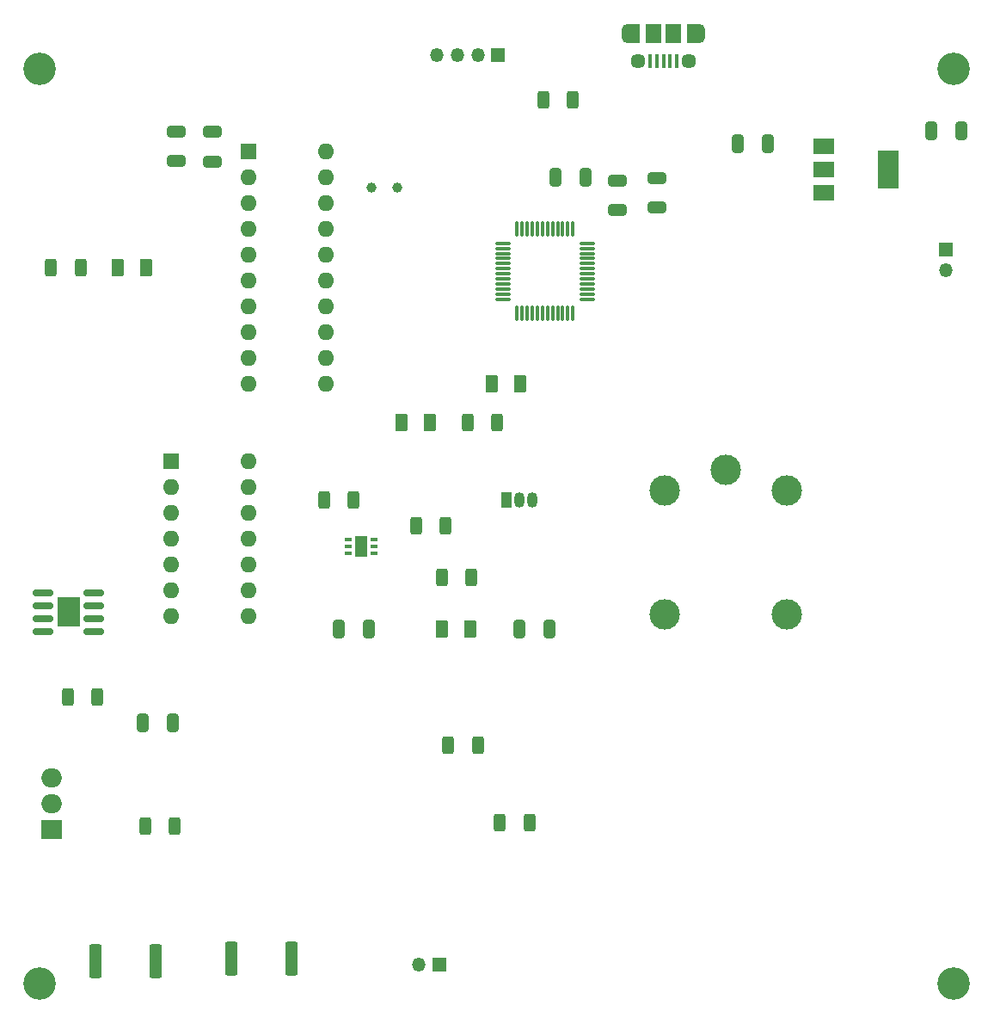
<source format=gts>
%TF.GenerationSoftware,KiCad,Pcbnew,7.0.1*%
%TF.CreationDate,2023-05-29T19:52:37+03:00*%
%TF.ProjectId,First_sketch_licenta,46697273-745f-4736-9b65-7463685f6c69,rev?*%
%TF.SameCoordinates,Original*%
%TF.FileFunction,Soldermask,Top*%
%TF.FilePolarity,Negative*%
%FSLAX46Y46*%
G04 Gerber Fmt 4.6, Leading zero omitted, Abs format (unit mm)*
G04 Created by KiCad (PCBNEW 7.0.1) date 2023-05-29 19:52:37*
%MOMM*%
%LPD*%
G01*
G04 APERTURE LIST*
G04 Aperture macros list*
%AMRoundRect*
0 Rectangle with rounded corners*
0 $1 Rounding radius*
0 $2 $3 $4 $5 $6 $7 $8 $9 X,Y pos of 4 corners*
0 Add a 4 corners polygon primitive as box body*
4,1,4,$2,$3,$4,$5,$6,$7,$8,$9,$2,$3,0*
0 Add four circle primitives for the rounded corners*
1,1,$1+$1,$2,$3*
1,1,$1+$1,$4,$5*
1,1,$1+$1,$6,$7*
1,1,$1+$1,$8,$9*
0 Add four rect primitives between the rounded corners*
20,1,$1+$1,$2,$3,$4,$5,0*
20,1,$1+$1,$4,$5,$6,$7,0*
20,1,$1+$1,$6,$7,$8,$9,0*
20,1,$1+$1,$8,$9,$2,$3,0*%
G04 Aperture macros list end*
%ADD10R,1.350000X1.350000*%
%ADD11O,1.350000X1.350000*%
%ADD12R,2.000000X1.500000*%
%ADD13R,2.000000X3.800000*%
%ADD14RoundRect,0.250000X-0.312500X-0.625000X0.312500X-0.625000X0.312500X0.625000X-0.312500X0.625000X0*%
%ADD15O,1.200000X1.900000*%
%ADD16R,1.200000X1.900000*%
%ADD17C,1.450000*%
%ADD18R,1.500000X1.900000*%
%ADD19R,0.400000X1.350000*%
%ADD20RoundRect,0.250000X0.312500X0.625000X-0.312500X0.625000X-0.312500X-0.625000X0.312500X-0.625000X0*%
%ADD21R,1.600000X1.600000*%
%ADD22O,1.600000X1.600000*%
%ADD23RoundRect,0.150000X0.825000X0.150000X-0.825000X0.150000X-0.825000X-0.150000X0.825000X-0.150000X0*%
%ADD24R,2.290000X3.000000*%
%ADD25C,3.200000*%
%ADD26RoundRect,0.250000X-0.325000X-0.650000X0.325000X-0.650000X0.325000X0.650000X-0.325000X0.650000X0*%
%ADD27RoundRect,0.250000X0.325000X0.650000X-0.325000X0.650000X-0.325000X-0.650000X0.325000X-0.650000X0*%
%ADD28RoundRect,0.250000X0.650000X-0.325000X0.650000X0.325000X-0.650000X0.325000X-0.650000X-0.325000X0*%
%ADD29RoundRect,0.250000X-0.362500X-1.425000X0.362500X-1.425000X0.362500X1.425000X-0.362500X1.425000X0*%
%ADD30R,2.000000X1.905000*%
%ADD31O,2.000000X1.905000*%
%ADD32RoundRect,0.075000X0.300000X0.075000X-0.300000X0.075000X-0.300000X-0.075000X0.300000X-0.075000X0*%
%ADD33R,1.300000X2.000000*%
%ADD34R,1.050000X1.500000*%
%ADD35O,1.050000X1.500000*%
%ADD36C,1.000000*%
%ADD37RoundRect,0.075000X0.662500X0.075000X-0.662500X0.075000X-0.662500X-0.075000X0.662500X-0.075000X0*%
%ADD38RoundRect,0.075000X0.075000X0.662500X-0.075000X0.662500X-0.075000X-0.662500X0.075000X-0.662500X0*%
%ADD39RoundRect,0.250000X-0.375000X-0.625000X0.375000X-0.625000X0.375000X0.625000X-0.375000X0.625000X0*%
%ADD40RoundRect,0.250000X0.375000X0.625000X-0.375000X0.625000X-0.375000X-0.625000X0.375000X-0.625000X0*%
%ADD41C,3.000000*%
G04 APERTURE END LIST*
D10*
%TO.C,J3*%
X195310000Y-137160000D03*
D11*
X193310000Y-137160000D03*
%TD*%
D12*
%TO.C,U2*%
X233197000Y-56628000D03*
X233197000Y-58928000D03*
D13*
X239497000Y-58928000D03*
D12*
X233197000Y-61228000D03*
%TD*%
D14*
%TO.C,R5*%
X201295000Y-123190000D03*
X204220000Y-123190000D03*
%TD*%
D10*
%TO.C,J1*%
X201120000Y-47625000D03*
D11*
X199120000Y-47625000D03*
X197120000Y-47625000D03*
X195120000Y-47625000D03*
%TD*%
D15*
%TO.C,J4*%
X213898600Y-45574700D03*
D16*
X214498600Y-45574700D03*
D17*
X214898600Y-48274700D03*
D18*
X216398600Y-45574700D03*
X218398600Y-45574700D03*
D17*
X219898600Y-48274700D03*
D16*
X220298600Y-45574700D03*
D15*
X220898600Y-45574700D03*
D19*
X216098600Y-48274700D03*
X216748600Y-48274700D03*
X217398600Y-48274700D03*
X218048600Y-48274700D03*
X218698600Y-48274700D03*
%TD*%
D20*
%TO.C,R7*%
X195965000Y-93980000D03*
X193040000Y-93980000D03*
%TD*%
D21*
%TO.C,U5*%
X168910000Y-87630000D03*
D22*
X168910000Y-90170000D03*
X168910000Y-92710000D03*
X168910000Y-95250000D03*
X168910000Y-97790000D03*
X168910000Y-100330000D03*
X168910000Y-102870000D03*
X176530000Y-102870000D03*
X176530000Y-100330000D03*
X176530000Y-97790000D03*
X176530000Y-95250000D03*
X176530000Y-92710000D03*
X176530000Y-90170000D03*
X176530000Y-87630000D03*
%TD*%
D23*
%TO.C,TLV342AIDR1*%
X161290000Y-104350000D03*
X161290000Y-103080000D03*
X161290000Y-101810000D03*
X161290000Y-100540000D03*
X156340000Y-100540000D03*
X156340000Y-101810000D03*
X156340000Y-103080000D03*
X156340000Y-104350000D03*
D24*
X158815000Y-102445000D03*
%TD*%
D25*
%TO.C,H1*%
X156000000Y-49000000D03*
%TD*%
D26*
%TO.C,C4*%
X203200000Y-104140000D03*
X206150000Y-104140000D03*
%TD*%
D27*
%TO.C,C7*%
X227662000Y-56388000D03*
X224712000Y-56388000D03*
%TD*%
D14*
%TO.C,R3*%
X205547500Y-52070000D03*
X208472500Y-52070000D03*
%TD*%
D25*
%TO.C,H4*%
X246000000Y-139000000D03*
%TD*%
D10*
%TO.C,J2*%
X245237000Y-66818000D03*
D11*
X245237000Y-68818000D03*
%TD*%
D28*
%TO.C,C9*%
X212852000Y-62943000D03*
X212852000Y-59993000D03*
%TD*%
D29*
%TO.C,R12*%
X174837500Y-136525000D03*
X180762500Y-136525000D03*
%TD*%
D27*
%TO.C,C3*%
X209755000Y-59690000D03*
X206805000Y-59690000D03*
%TD*%
D14*
%TO.C,R10*%
X158750000Y-110815000D03*
X161675000Y-110815000D03*
%TD*%
D25*
%TO.C,H3*%
X156000000Y-139000000D03*
%TD*%
D30*
%TO.C,Q1*%
X157155000Y-123825000D03*
D31*
X157155000Y-121285000D03*
X157155000Y-118745000D03*
%TD*%
D28*
%TO.C,C1*%
X169418000Y-58117000D03*
X169418000Y-55167000D03*
%TD*%
D32*
%TO.C,MCP73830*%
X188885000Y-96670000D03*
X188885000Y-96020000D03*
X188885000Y-95370000D03*
X186385000Y-95370000D03*
X186385000Y-96020000D03*
X186385000Y-96670000D03*
D33*
X187635000Y-96020000D03*
%TD*%
D34*
%TO.C,Q2*%
X201930000Y-91440000D03*
D35*
X203200000Y-91440000D03*
X204470000Y-91440000D03*
%TD*%
D29*
%TO.C,R11*%
X161502500Y-136779000D03*
X167427500Y-136779000D03*
%TD*%
D14*
%TO.C,R9*%
X166370000Y-123515000D03*
X169295000Y-123515000D03*
%TD*%
D36*
%TO.C,Y2*%
X191165000Y-60725000D03*
X188625000Y-60725000D03*
%TD*%
D37*
%TO.C,U4*%
X209892500Y-71687500D03*
X209892500Y-71187500D03*
X209892500Y-70687500D03*
X209892500Y-70187500D03*
X209892500Y-69687500D03*
X209892500Y-69187500D03*
X209892500Y-68687500D03*
X209892500Y-68187500D03*
X209892500Y-67687500D03*
X209892500Y-67187500D03*
X209892500Y-66687500D03*
X209892500Y-66187500D03*
D38*
X208480000Y-64775000D03*
X207980000Y-64775000D03*
X207480000Y-64775000D03*
X206980000Y-64775000D03*
X206480000Y-64775000D03*
X205980000Y-64775000D03*
X205480000Y-64775000D03*
X204980000Y-64775000D03*
X204480000Y-64775000D03*
X203980000Y-64775000D03*
X203480000Y-64775000D03*
X202980000Y-64775000D03*
D37*
X201567500Y-66187500D03*
X201567500Y-66687500D03*
X201567500Y-67187500D03*
X201567500Y-67687500D03*
X201567500Y-68187500D03*
X201567500Y-68687500D03*
X201567500Y-69187500D03*
X201567500Y-69687500D03*
X201567500Y-70187500D03*
X201567500Y-70687500D03*
X201567500Y-71187500D03*
X201567500Y-71687500D03*
D38*
X202980000Y-73100000D03*
X203480000Y-73100000D03*
X203980000Y-73100000D03*
X204480000Y-73100000D03*
X204980000Y-73100000D03*
X205480000Y-73100000D03*
X205980000Y-73100000D03*
X206480000Y-73100000D03*
X206980000Y-73100000D03*
X207480000Y-73100000D03*
X207980000Y-73100000D03*
X208480000Y-73100000D03*
%TD*%
D26*
%TO.C,C6*%
X243762000Y-55118000D03*
X246712000Y-55118000D03*
%TD*%
D39*
%TO.C,D3*%
X200530000Y-80010000D03*
X203330000Y-80010000D03*
%TD*%
D20*
%TO.C,R1*%
X198505000Y-99060000D03*
X195580000Y-99060000D03*
%TD*%
D27*
%TO.C,C5*%
X188370000Y-104140000D03*
X185420000Y-104140000D03*
%TD*%
D40*
%TO.C,D1*%
X198380000Y-104140000D03*
X195580000Y-104140000D03*
%TD*%
D27*
%TO.C,C8*%
X169115000Y-113355000D03*
X166165000Y-113355000D03*
%TD*%
D21*
%TO.C,U3*%
X176540000Y-57155000D03*
D22*
X176540000Y-59695000D03*
X176540000Y-62235000D03*
X176540000Y-64775000D03*
X176540000Y-67315000D03*
X176540000Y-69855000D03*
X176540000Y-72395000D03*
X176540000Y-74935000D03*
X176540000Y-77475000D03*
X176540000Y-80015000D03*
X184160000Y-80015000D03*
X184160000Y-77475000D03*
X184160000Y-74935000D03*
X184160000Y-72395000D03*
X184160000Y-69855000D03*
X184160000Y-67315000D03*
X184160000Y-64775000D03*
X184160000Y-62235000D03*
X184160000Y-59695000D03*
X184160000Y-57155000D03*
%TD*%
D40*
%TO.C,D4*%
X194440000Y-83820000D03*
X191640000Y-83820000D03*
%TD*%
D25*
%TO.C,H2*%
X246000000Y-49000000D03*
%TD*%
D14*
%TO.C,R4*%
X196215000Y-115570000D03*
X199140000Y-115570000D03*
%TD*%
D28*
%TO.C,C11*%
X216789000Y-62689000D03*
X216789000Y-59739000D03*
%TD*%
D39*
%TO.C,D2*%
X163700000Y-68580000D03*
X166500000Y-68580000D03*
%TD*%
D14*
%TO.C,R6*%
X198120000Y-83820000D03*
X201045000Y-83820000D03*
%TD*%
D20*
%TO.C,R2*%
X160020000Y-68580000D03*
X157095000Y-68580000D03*
%TD*%
D14*
%TO.C,R8*%
X183957500Y-91440000D03*
X186882500Y-91440000D03*
%TD*%
D41*
%TO.C,K2*%
X223520000Y-88470000D03*
X229520000Y-102670000D03*
X217520000Y-102670000D03*
X217520000Y-90470000D03*
X229520000Y-90470000D03*
%TD*%
D28*
%TO.C,C2*%
X172984000Y-58122000D03*
X172984000Y-55172000D03*
%TD*%
M02*

</source>
